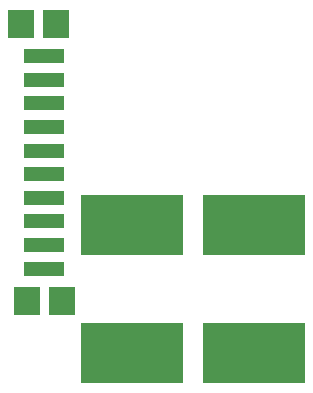
<source format=gbr>
%TF.GenerationSoftware,Altium Limited,Altium Designer,23.2.1 (34)*%
G04 Layer_Color=128*
%FSLAX45Y45*%
%MOMM*%
%TF.SameCoordinates,A6D216B9-5917-482B-AEBE-4AF022C6986F*%
%TF.FilePolarity,Positive*%
%TF.FileFunction,Paste,Bot*%
%TF.Part,Single*%
G01*
G75*
%TA.AperFunction,SMDPad,CuDef*%
%ADD39R,8.75000X5.20000*%
%ADD40R,3.50000X1.30000*%
%TA.AperFunction,NonConductor*%
%ADD62R,2.28000X2.45000*%
D39*
X4961947Y6650300D02*
D03*
Y5570300D02*
D03*
X3933247Y6650300D02*
D03*
Y5570300D02*
D03*
D40*
X3189300Y6283300D02*
D03*
Y6483300D02*
D03*
Y6683300D02*
D03*
Y6883300D02*
D03*
Y7083300D02*
D03*
Y7283300D02*
D03*
Y7483300D02*
D03*
Y7683300D02*
D03*
Y7883300D02*
D03*
Y8083300D02*
D03*
D62*
X3040299Y6010800D02*
D03*
X3338299D02*
D03*
X2990300Y8355800D02*
D03*
X3288302D02*
D03*
%TF.MD5,88c31da887720fcaf86a949505ad33ae*%
M02*

</source>
